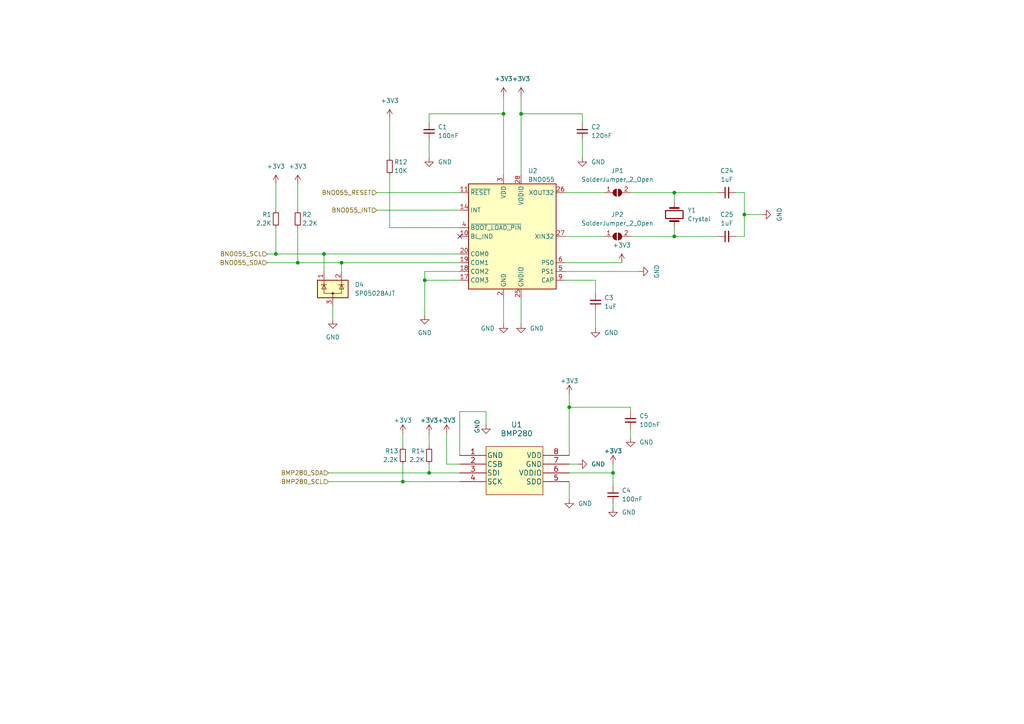
<source format=kicad_sch>
(kicad_sch (version 20211123) (generator eeschema)
  (paper "A4")
  (lib_symbols
    (symbol "2022-02-05_19-44-07:BMP280" (pin_names (offset 0.254))
      (property "Reference" "U?" (at 8.89 6.35 0))
      (property "Value" "BMP280" (at 8.89 3.81 0))
      (symbol "BMP280_0_1"
        (rectangle (start 0 0) (end 16.51 -13.97) (fill (type background)))
      )
      (symbol "BMP280_1_1"
        (pin power_out line (at -7.62 -2.54 0) (length 7.62) (name "GND") (number "1"))
        (pin passive line (at -7.62 -5.08 0) (length 7.62) (name "CSB") (number "2"))
        (pin passive line (at -7.62 -7.62 0) (length 7.62) (name "SDI") (number "3"))
        (pin passive line (at -7.62 -10.16 0) (length 7.62) (name "SCK") (number "4"))
        (pin passive line (at 24.13 -10.16 180) (length 7.62) (name "SDO") (number "5"))
        (pin power_in line (at 24.13 -7.62 180) (length 7.62) (name "VDDIO") (number "6"))
        (pin power_out line (at 24.13 -5.08 180) (length 7.62) (name "GND") (number "7"))
        (pin power_in line (at 24.13 -2.54 180) (length 7.62) (name "VDD") (number "8"))
      )
    )
    (symbol "Device:C_Small" (pin_numbers hide) (pin_names (offset 0.254) hide)
      (property "Reference" "C" (at 0.254 1.778 0))
      (property "Value" "C_Small" (at 0.254 -2.032 0))
      (symbol "C_Small_0_1"
        (polyline (pts (xy -1.524 -0.508) (xy 1.524 -0.508)) (stroke (width 0.3302)))
        (polyline (pts (xy -1.524 0.508) (xy 1.524 0.508)) (stroke (width 0.3048)))
      )
      (symbol "C_Small_1_1"
        (pin passive line (at 0 2.54 270) (length 2.032) (name "~") (number "1"))
        (pin passive line (at 0 -2.54 90) (length 2.032) (name "~") (number "2"))
      )
    )
    (symbol "Device:Crystal" (pin_numbers hide) (pin_names (offset 1.016) hide)
      (property "Reference" "Y" (at 0 3.81 0))
      (property "Value" "Crystal" (at 0 -3.81 0))
      (symbol "Crystal_0_1"
        (rectangle (start -1.143 2.54) (end 1.143 -2.54) (stroke (width 0.3048)))
        (polyline (pts (xy -2.54 0) (xy -1.905 0)))
        (polyline (pts (xy -1.905 -1.27) (xy -1.905 1.27)) (stroke (width 0.508)))
        (polyline (pts (xy 1.905 -1.27) (xy 1.905 1.27)) (stroke (width 0.508)))
        (polyline (pts (xy 2.54 0) (xy 1.905 0)))
      )
      (symbol "Crystal_1_1"
        (pin passive line (at -3.81 0 0) (length 1.27) (name "1") (number "1"))
        (pin passive line (at 3.81 0 180) (length 1.27) (name "2") (number "2"))
      )
    )
    (symbol "Device:R_Small" (pin_numbers hide) (pin_names (offset 0.254) hide)
      (property "Reference" "R" (at 0.762 0.508 0))
      (property "Value" "R_Small" (at 0.762 -1.016 0))
      (symbol "R_Small_0_1"
        (rectangle (start -0.762 1.778) (end 0.762 -1.778) (stroke (width 0.2032)))
      )
      (symbol "R_Small_1_1"
        (pin passive line (at 0 2.54 270) (length 0.762) (name "~") (number "1"))
        (pin passive line (at 0 -2.54 90) (length 0.762) (name "~") (number "2"))
      )
    )
    (symbol "Jumper:SolderJumper_2_Open" (pin_names (offset 0) hide)
      (property "Reference" "JP" (at 0 2.032 0))
      (property "Value" "SolderJumper_2_Open" (at 0 -2.54 0))
      (symbol "SolderJumper_2_Open_0_1"
        (arc (start -0.254 1.016) (mid -1.27 0) (end -0.254 -1.016))
        (arc (start -0.254 1.016) (mid -1.27 0) (end -0.254 -1.016) (fill (type outline)))
        (polyline (pts (xy -0.254 1.016) (xy -0.254 -1.016)))
        (polyline (pts (xy 0.254 1.016) (xy 0.254 -1.016)))
        (arc (start 0.254 -1.016) (mid 1.27 0) (end 0.254 1.016))
        (arc (start 0.254 -1.016) (mid 1.27 0) (end 0.254 1.016) (fill (type outline)))
      )
      (symbol "SolderJumper_2_Open_1_1"
        (pin passive line (at -3.81 0 0) (length 2.54) (name "A") (number "1"))
        (pin passive line (at 3.81 0 180) (length 2.54) (name "B") (number "2"))
      )
    )
    (symbol "Power_Protection:SP0502BAJT" (pin_names hide)
      (property "Reference" "D" (at 5.715 2.54 0))
      (property "Value" "SP0502BAJT" (at 5.715 0.635 0))
      (symbol "SP0502BAJT_0_0"
        (pin passive line (at 0 -5.08 90) (length 2.54) (name "A") (number "3"))
      )
      (symbol "SP0502BAJT_0_1"
        (rectangle (start -4.445 2.54) (end 4.445 -2.54) (stroke (width 0.254)) (fill (type background)))
        (circle (center 0 -1.27) (radius 0.254) (fill (type outline)))
        (polyline (pts (xy -2.54 2.54) (xy -2.54 1.27)))
        (polyline (pts (xy 0 -1.27) (xy 0 -2.54)))
        (polyline (pts (xy 2.54 2.54) (xy 2.54 1.27)))
        (polyline (pts (xy -3.302 1.016) (xy -3.302 1.27) (xy -1.905 1.27) (xy -1.778 1.27)))
        (polyline (pts (xy -2.54 1.27) (xy -2.54 -1.27) (xy 2.54 -1.27) (xy 2.54 1.27)))
        (polyline (pts (xy -2.54 1.27) (xy -1.905 0) (xy -3.175 0) (xy -2.54 1.27)))
        (polyline (pts (xy 1.778 1.016) (xy 1.778 1.27) (xy 3.175 1.27) (xy 3.302 1.27)))
        (polyline (pts (xy 2.54 1.27) (xy 1.905 0) (xy 3.175 0) (xy 2.54 1.27)))
      )
      (symbol "SP0502BAJT_1_1"
        (pin passive line (at -2.54 5.08 270) (length 2.54) (name "K") (number "1"))
        (pin passive line (at 2.54 5.08 270) (length 2.54) (name "K") (number "2"))
      )
    )
    (symbol "Sensor_Motion:BNO055"
      (property "Reference" "U" (at -11.43 16.51 0))
      (property "Value" "BNO055" (at 12.7 16.51 0))
      (symbol "BNO055_0_1"
        (rectangle (start -12.7 15.24) (end 12.7 -15.24) (stroke (width 0.254)) (fill (type background)))
      )
      (symbol "BNO055_1_1"
        (pin no_connect line (at -12.7 10.16 0) (length 2.54) hide (name "PIN1") (number "1"))
        (pin output line (at -15.24 0 0) (length 2.54) (name "BL_IND") (number "10"))
        (pin input line (at -15.24 12.7 0) (length 2.54) (name "~{RESET}") (number "11"))
        (pin no_connect line (at 12.7 10.16 180) (length 2.54) hide (name "PIN12") (number "12"))
        (pin no_connect line (at 12.7 7.62 180) (length 2.54) hide (name "PIN13") (number "13"))
        (pin output line (at -15.24 7.62 0) (length 2.54) (name "INT") (number "14"))
        (pin passive line (at 2.54 -17.78 90) (length 2.54) hide (name "GNDIO") (number "15"))
        (pin passive line (at 2.54 -17.78 90) (length 2.54) hide (name "GNDIO") (number "16"))
        (pin input line (at -15.24 -12.7 0) (length 2.54) (name "COM3") (number "17"))
        (pin bidirectional line (at -15.24 -10.16 0) (length 2.54) (name "COM2") (number "18"))
        (pin bidirectional line (at -15.24 -7.62 0) (length 2.54) (name "COM1") (number "19"))
        (pin power_in line (at -2.54 -17.78 90) (length 2.54) (name "GND") (number "2"))
        (pin bidirectional line (at -15.24 -5.08 0) (length 2.54) (name "COM0") (number "20"))
        (pin no_connect line (at 12.7 5.08 180) (length 2.54) hide (name "PIN21") (number "21"))
        (pin no_connect line (at 12.7 2.54 180) (length 2.54) hide (name "PIN22") (number "22"))
        (pin no_connect line (at 12.7 -2.54 180) (length 2.54) hide (name "PIN23") (number "23"))
        (pin no_connect line (at 12.7 -5.08 180) (length 2.54) hide (name "PIN24") (number "24"))
        (pin power_in line (at 2.54 -17.78 90) (length 2.54) (name "GNDIO") (number "25"))
        (pin output line (at 15.24 12.7 180) (length 2.54) (name "XOUT32") (number "26"))
        (pin input line (at 15.24 0 180) (length 2.54) (name "XIN32") (number "27"))
        (pin power_in line (at 2.54 17.78 270) (length 2.54) (name "VDDIO") (number "28"))
        (pin power_in line (at -2.54 17.78 270) (length 2.54) (name "VDD") (number "3"))
        (pin input line (at -15.24 2.54 0) (length 2.54) (name "~{BOOT_LOAD_PIN}") (number "4"))
        (pin input line (at 15.24 -10.16 180) (length 2.54) (name "PS1") (number "5"))
        (pin input line (at 15.24 -7.62 180) (length 2.54) (name "PS0") (number "6"))
        (pin no_connect line (at -12.7 5.08 0) (length 2.54) hide (name "PIN7") (number "7"))
        (pin no_connect line (at -12.7 -2.54 0) (length 2.54) hide (name "PIN8") (number "8"))
        (pin passive line (at 15.24 -12.7 180) (length 2.54) (name "CAP") (number "9"))
      )
    )
    (symbol "power:+3V3" (power) (pin_names (offset 0))
      (property "Value" "+3V3" (at 0 3.556 0))
      (symbol "+3V3_0_1"
        (polyline (pts (xy -0.762 1.27) (xy 0 2.54)))
        (polyline (pts (xy 0 0) (xy 0 2.54)))
        (polyline (pts (xy 0 2.54) (xy 0.762 1.27)))
      )
      (symbol "+3V3_1_1"
        (pin power_in line (at 0 0 90) (length 0) hide (name "+3V3") (number "1"))
      )
    )
    (symbol "power:GND" (power) (pin_names (offset 0))
      (property "Value" "GND" (at 0 -3.81 0))
      (symbol "GND_0_1"
        (polyline (pts (xy 0 0) (xy 0 -1.27) (xy 1.27 -1.27) (xy 0 -2.54) (xy -1.27 -1.27) (xy 0 -1.27)))
      )
      (symbol "GND_1_1"
        (pin power_in line (at 0 0 270) (length 0) hide (name "GND") (number "1"))
      )
    )
  )
  (junction (at 151.13 33.02))
  (junction (at 80.01 73.66))
  (junction (at 215.9 62.23))
  (junction (at 93.98 73.66))
  (junction (at 165.1 118.11))
  (junction (at 146.05 33.02))
  (junction (at 195.58 55.88))
  (junction (at 99.06 76.2))
  (junction (at 116.84 139.7))
  (junction (at 123.19 81.28))
  (junction (at 195.58 68.58))
  (junction (at 124.46 137.16))
  (junction (at 86.36 76.2))
  (junction (at 177.8 137.16))
  (no_connect (at 133.35 68.58))
  (wire (pts (xy 163.83 68.58) (xy 175.26 68.58)))
  (wire (pts (xy 133.35 78.74) (xy 123.19 78.74)))
  (wire (pts (xy 86.36 76.2) (xy 99.06 76.2)))
  (wire (pts (xy 195.58 68.58) (xy 195.58 66.04)))
  (wire (pts (xy 80.01 73.66) (xy 93.98 73.66)))
  (wire (pts (xy 151.13 86.36) (xy 151.13 93.98)))
  (wire (pts (xy 213.36 55.88) (xy 215.9 55.88)))
  (wire (pts (xy 215.9 62.23) (xy 220.98 62.23)))
  (wire (pts (xy 123.19 78.74) (xy 123.19 81.28)))
  (wire (pts (xy 93.98 73.66) (xy 93.98 78.74)))
  (wire (pts (xy 177.8 134.62) (xy 177.8 137.16)))
  (wire (pts (xy 129.54 134.62) (xy 129.54 125.73)))
  (wire (pts (xy 165.1 114.3) (xy 165.1 118.11)))
  (wire (pts (xy 165.1 139.7) (xy 165.1 144.78)))
  (wire (pts (xy 123.19 81.28) (xy 133.35 81.28)))
  (wire (pts (xy 77.47 73.66) (xy 80.01 73.66)))
  (wire (pts (xy 163.83 55.88) (xy 175.26 55.88)))
  (wire (pts (xy 163.83 78.74) (xy 185.42 78.74)))
  (wire (pts (xy 195.58 55.88) (xy 208.28 55.88)))
  (wire (pts (xy 146.05 27.94) (xy 146.05 33.02)))
  (wire (pts (xy 109.22 55.88) (xy 133.35 55.88)))
  (wire (pts (xy 172.72 90.17) (xy 172.72 95.25)))
  (wire (pts (xy 168.91 33.02) (xy 151.13 33.02)))
  (wire (pts (xy 151.13 27.94) (xy 151.13 33.02)))
  (wire (pts (xy 163.83 76.2) (xy 180.34 76.2)))
  (wire (pts (xy 182.88 119.38) (xy 182.88 118.11)))
  (wire (pts (xy 124.46 33.02) (xy 146.05 33.02)))
  (wire (pts (xy 93.98 73.66) (xy 133.35 73.66)))
  (wire (pts (xy 124.46 137.16) (xy 124.46 134.62)))
  (wire (pts (xy 165.1 132.08) (xy 165.1 118.11)))
  (wire (pts (xy 109.22 60.96) (xy 133.35 60.96)))
  (wire (pts (xy 195.58 55.88) (xy 182.88 55.88)))
  (wire (pts (xy 165.1 137.16) (xy 177.8 137.16)))
  (wire (pts (xy 86.36 66.04) (xy 86.36 76.2)))
  (wire (pts (xy 182.88 118.11) (xy 165.1 118.11)))
  (wire (pts (xy 116.84 139.7) (xy 133.35 139.7)))
  (wire (pts (xy 195.58 68.58) (xy 208.28 68.58)))
  (wire (pts (xy 113.03 34.29) (xy 113.03 45.72)))
  (wire (pts (xy 215.9 62.23) (xy 215.9 68.58)))
  (wire (pts (xy 95.25 137.16) (xy 124.46 137.16)))
  (wire (pts (xy 168.91 40.64) (xy 168.91 45.72)))
  (wire (pts (xy 124.46 35.56) (xy 124.46 33.02)))
  (wire (pts (xy 140.97 119.38) (xy 140.97 123.19)))
  (wire (pts (xy 96.52 88.9) (xy 96.52 92.71)))
  (wire (pts (xy 182.88 68.58) (xy 195.58 68.58)))
  (wire (pts (xy 99.06 76.2) (xy 99.06 78.74)))
  (wire (pts (xy 116.84 125.73) (xy 116.84 129.54)))
  (wire (pts (xy 77.47 76.2) (xy 86.36 76.2)))
  (wire (pts (xy 165.1 134.62) (xy 167.64 134.62)))
  (wire (pts (xy 146.05 86.36) (xy 146.05 93.98)))
  (wire (pts (xy 124.46 125.73) (xy 124.46 129.54)))
  (wire (pts (xy 172.72 81.28) (xy 163.83 81.28)))
  (wire (pts (xy 215.9 55.88) (xy 215.9 62.23)))
  (wire (pts (xy 133.35 137.16) (xy 124.46 137.16)))
  (wire (pts (xy 124.46 40.64) (xy 124.46 45.72)))
  (wire (pts (xy 116.84 134.62) (xy 116.84 139.7)))
  (wire (pts (xy 113.03 50.8) (xy 113.03 66.04)))
  (wire (pts (xy 215.9 68.58) (xy 213.36 68.58)))
  (wire (pts (xy 80.01 53.34) (xy 80.01 60.96)))
  (wire (pts (xy 195.58 58.42) (xy 195.58 55.88)))
  (wire (pts (xy 113.03 66.04) (xy 133.35 66.04)))
  (wire (pts (xy 168.91 35.56) (xy 168.91 33.02)))
  (wire (pts (xy 151.13 33.02) (xy 151.13 50.8)))
  (wire (pts (xy 86.36 53.34) (xy 86.36 60.96)))
  (wire (pts (xy 99.06 76.2) (xy 133.35 76.2)))
  (wire (pts (xy 182.88 124.46) (xy 182.88 127)))
  (wire (pts (xy 123.19 81.28) (xy 123.19 91.44)))
  (wire (pts (xy 177.8 137.16) (xy 177.8 140.97)))
  (wire (pts (xy 80.01 66.04) (xy 80.01 73.66)))
  (wire (pts (xy 177.8 146.05) (xy 177.8 147.32)))
  (wire (pts (xy 172.72 85.09) (xy 172.72 81.28)))
  (wire (pts (xy 133.35 119.38) (xy 140.97 119.38)))
  (wire (pts (xy 133.35 132.08) (xy 133.35 119.38)))
  (wire (pts (xy 95.25 139.7) (xy 116.84 139.7)))
  (wire (pts (xy 133.35 134.62) (xy 129.54 134.62)))
  (wire (pts (xy 146.05 33.02) (xy 146.05 50.8)))
  (hierarchical_label "BNO055_RESET" (shape input) (at 109.22 55.88 180))
  (hierarchical_label "BNO055_SCL" (shape input) (at 77.47 73.66 180))
  (hierarchical_label "BMP280_SCL" (shape input) (at 95.25 139.7 180))
  (hierarchical_label "BNO055_SDA" (shape input) (at 77.47 76.2 180))
  (hierarchical_label "BMP280_SDA" (shape input) (at 95.25 137.16 180))
  (hierarchical_label "BNO055_INT" (shape input) (at 109.22 60.96 180))
  (symbol (lib_id "power:GND") (at 168.91 45.72 0) (unit 1)
    (property "Reference" "#PWR0138" (effects hide))
    (property "Value" "GND" (at 171.45 46.9899 0) (effects (justify left)))
  )
  (symbol (lib_id "power:GND") (at 146.05 93.98 0) (mirror y) (unit 1)
    (property "Reference" "#PWR0111" (effects hide))
    (property "Value" "GND" (at 143.51 95.2499 0) (effects (justify left)))
  )
  (symbol (lib_id "power:+3V3") (at 165.1 114.3 0) (unit 1)
    (property "Reference" "#PWR0150" (effects hide))
    (property "Value" "+3V3" (at 165.1 110.49 0))
  )
  (symbol (lib_id "2022-02-05_19-44-07:BMP280") (at 140.97 129.54 0) (unit 1)
    (property "Reference" "U1" (at 149.86 123.19 0) (effects (font (size 1.524 1.524))))
    (property "Value" "BMP280" (at 149.86 125.73 0) (effects (font (size 1.524 1.524))))
    (property "Footprint" "footprints:BMP280" (effects hide))
  )
  (symbol (lib_id "Device:C_Small") (at 168.91 38.1 180) (unit 1)
    (property "Reference" "C2" (at 171.45 36.8235 0) (effects (justify right)))
    (property "Value" "120nF" (at 171.45 39.3635 0) (effects (justify right)))
    (property "Footprint" "Capacitor_SMD:C_0402_1005Metric_Pad0.74x0.62mm_HandSolder" (effects hide))
  )
  (symbol (lib_id "Device:R_Small") (at 113.03 48.26 180) (unit 1)
    (property "Reference" "R12" (at 114.3 46.99 0) (effects (justify right)))
    (property "Value" "10K" (at 114.3 49.53 0) (effects (justify right)))
    (property "Footprint" "Resistor_SMD:R_0402_1005Metric_Pad0.72x0.64mm_HandSolder" (effects hide))
  )
  (symbol (lib_id "Jumper:SolderJumper_2_Open") (at 179.07 68.58 0) (unit 1)
    (property "Reference" "JP2" (at 179.07 62.23 0))
    (property "Value" "SolderJumper_2_Open" (at 179.07 64.77 0))
    (property "Footprint" "Jumper:SolderJumper-2_P1.3mm_Open_RoundedPad1.0x1.5mm" (effects hide))
  )
  (symbol (lib_id "power:+3V3") (at 129.54 125.73 0) (unit 1)
    (property "Reference" "#PWR0154" (effects hide))
    (property "Value" "+3V3" (at 129.54 121.92 0))
  )
  (symbol (lib_id "power:GND") (at 185.42 78.74 90) (unit 1)
    (property "Reference" "#PWR0139" (effects hide))
    (property "Value" "GND" (at 190.5 78.74 0))
  )
  (symbol (lib_id "Power_Protection:SP0502BAJT") (at 96.52 83.82 0) (unit 1)
    (property "Reference" "D4" (at 102.87 82.5499 0) (effects (justify left)))
    (property "Value" "SP0502BAJT" (at 102.87 85.0899 0) (effects (justify left)))
    (property "Footprint" "Package_TO_SOT_SMD:SOT-323_SC-70" (effects hide))
    (property "Datasheet" "http://www.littelfuse.com/~/media/files/littelfuse/technical%20resources/documents/data%20sheets/sp05xxba.pdf" (effects hide))
  )
  (symbol (lib_id "power:+3V3") (at 177.8 134.62 0) (unit 1)
    (property "Reference" "#PWR0148" (effects hide))
    (property "Value" "+3V3" (at 177.8 130.81 0))
  )
  (symbol (lib_id "Device:C_Small") (at 182.88 121.92 0) (unit 1)
    (property "Reference" "C5" (at 185.42 120.6562 0) (effects (justify left)))
    (property "Value" "100nF" (at 185.42 123.1962 0) (effects (justify left)))
    (property "Footprint" "Capacitor_SMD:C_0402_1005Metric_Pad0.74x0.62mm_HandSolder" (effects hide))
  )
  (symbol (lib_id "power:GND") (at 220.98 62.23 90) (unit 1)
    (property "Reference" "#PWR0141" (effects hide))
    (property "Value" "GND" (at 226.06 62.23 0))
  )
  (symbol (lib_id "Device:C_Small") (at 124.46 38.1 180) (unit 1)
    (property "Reference" "C1" (at 127 36.8235 0) (effects (justify right)))
    (property "Value" "100nF" (at 127 39.3635 0) (effects (justify right)))
    (property "Footprint" "Capacitor_SMD:C_0402_1005Metric_Pad0.74x0.62mm_HandSolder" (effects hide))
  )
  (symbol (lib_id "power:GND") (at 123.19 91.44 0) (unit 1)
    (property "Reference" "#PWR0112" (effects hide))
    (property "Value" "GND" (at 123.19 96.52 0))
  )
  (symbol (lib_id "power:GND") (at 140.97 123.19 0) (unit 1)
    (property "Reference" "#PWR0156" (effects hide))
    (property "Value" "GND" (at 138.43 125.73 90) (effects (justify left)))
  )
  (symbol (lib_id "power:+3V3") (at 151.13 27.94 0) (unit 1)
    (property "Reference" "#PWR0137" (effects hide))
    (property "Value" "+3V3" (at 151.13 22.86 0))
  )
  (symbol (lib_id "power:+3V3") (at 86.36 53.34 0) (unit 1)
    (property "Reference" "#PWR0145" (effects hide))
    (property "Value" "+3V3" (at 86.36 48.26 0))
  )
  (symbol (lib_id "power:GND") (at 172.72 95.25 0) (unit 1)
    (property "Reference" "#PWR0142" (effects hide))
    (property "Value" "GND" (at 175.26 96.5199 0) (effects (justify left)))
  )
  (symbol (lib_id "power:GND") (at 124.46 45.72 0) (unit 1)
    (property "Reference" "#PWR0144" (effects hide))
    (property "Value" "GND" (at 127 46.9899 0) (effects (justify left)))
  )
  (symbol (lib_id "power:+3V3") (at 116.84 125.73 0) (unit 1)
    (property "Reference" "#PWR0157" (effects hide))
    (property "Value" "+3V3" (at 116.84 121.92 0))
  )
  (symbol (lib_id "power:GND") (at 96.52 92.71 0) (unit 1)
    (property "Reference" "#PWR0147" (effects hide))
    (property "Value" "GND" (at 96.52 97.79 0))
  )
  (symbol (lib_id "power:GND") (at 165.1 144.78 0) (unit 1)
    (property "Reference" "#PWR0152" (effects hide))
    (property "Value" "GND" (at 167.64 146.0499 0) (effects (justify left)))
  )
  (symbol (lib_id "power:+3V3") (at 146.05 27.94 0) (unit 1)
    (property "Reference" "#PWR0131" (effects hide))
    (property "Value" "+3V3" (at 146.05 22.86 0))
  )
  (symbol (lib_id "Device:C_Small") (at 210.82 55.88 90) (unit 1)
    (property "Reference" "C24" (at 210.8263 49.53 90))
    (property "Value" "1uF" (at 210.8263 52.07 90))
    (property "Footprint" "Capacitor_SMD:C_0402_1005Metric_Pad0.74x0.62mm_HandSolder" (effects hide))
  )
  (symbol (lib_id "Device:C_Small") (at 172.72 87.63 180) (unit 1)
    (property "Reference" "C3" (at 175.26 86.3535 0) (effects (justify right)))
    (property "Value" "1uF" (at 175.26 88.8935 0) (effects (justify right)))
    (property "Footprint" "Capacitor_SMD:C_0402_1005Metric_Pad0.74x0.62mm_HandSolder" (effects hide))
  )
  (symbol (lib_id "Device:R_Small") (at 80.01 63.5 0) (mirror x) (unit 1)
    (property "Reference" "R1" (at 78.74 62.23 0) (effects (justify right)))
    (property "Value" "2.2K" (at 78.74 64.77 0) (effects (justify right)))
    (property "Footprint" "Resistor_SMD:R_0402_1005Metric_Pad0.72x0.64mm_HandSolder" (effects hide))
  )
  (symbol (lib_id "power:+3V3") (at 80.01 53.34 0) (unit 1)
    (property "Reference" "#PWR0146" (effects hide))
    (property "Value" "+3V3" (at 80.01 48.26 0))
  )
  (symbol (lib_id "Sensor_Motion:BNO055") (at 148.59 68.58 0) (unit 1)
    (property "Reference" "U2" (at 153.1494 49.53 0) (effects (justify left)))
    (property "Value" "BNO055" (at 153.1494 52.07 0) (effects (justify left)))
    (property "Footprint" "Package_LGA:LGA-28_5.2x3.8mm_P0.5mm" (effects hide))
    (property "Datasheet" "https://ae-bst.resource.bosch.com/media/_tech/media/datasheets/BST_BNO055_DS000_14.pdf" (effects hide))
  )
  (symbol (lib_id "Device:C_Small") (at 210.82 68.58 90) (unit 1)
    (property "Reference" "C25" (at 210.8263 62.23 90))
    (property "Value" "1uF" (at 210.8263 64.77 90))
    (property "Footprint" "Capacitor_SMD:C_0402_1005Metric_Pad0.74x0.62mm_HandSolder" (effects hide))
  )
  (symbol (lib_id "Jumper:SolderJumper_2_Open") (at 179.07 55.88 0) (unit 1)
    (property "Reference" "JP1" (at 179.07 49.53 0))
    (property "Value" "SolderJumper_2_Open" (at 179.07 52.07 0))
    (property "Footprint" "Jumper:SolderJumper-2_P1.3mm_Open_RoundedPad1.0x1.5mm" (effects hide))
  )
  (symbol (lib_id "Device:R_Small") (at 86.36 63.5 180) (unit 1)
    (property "Reference" "R2" (at 87.63 62.23 0) (effects (justify right)))
    (property "Value" "2.2K" (at 87.63 64.77 0) (effects (justify right)))
    (property "Footprint" "Resistor_SMD:R_0402_1005Metric_Pad0.72x0.64mm_HandSolder" (effects hide))
  )
  (symbol (lib_id "power:GND") (at 167.64 134.62 90) (unit 1)
    (property "Reference" "#PWR0153" (effects hide))
    (property "Value" "GND" (at 171.45 134.6199 90) (effects (justify right)))
  )
  (symbol (lib_id "Device:Crystal") (at 195.58 62.23 90) (unit 1)
    (property "Reference" "Y1" (at 199.39 60.9599 90) (effects (justify right)))
    (property "Value" "Crystal" (at 199.39 63.4999 90) (effects (justify right)))
    (property "Footprint" "Crystal:Crystal_SMD_3215-2Pin_3.2x1.5mm" (effects hide))
  )
  (symbol (lib_id "Device:R_Small") (at 116.84 132.08 0) (mirror x) (unit 1)
    (property "Reference" "R13" (at 115.57 130.81 0) (effects (justify right)))
    (property "Value" "2.2K" (at 115.57 133.35 0) (effects (justify right)))
    (property "Footprint" "Resistor_SMD:R_0402_1005Metric_Pad0.72x0.64mm_HandSolder" (effects hide))
  )
  (symbol (lib_id "power:+3V3") (at 180.34 76.2 0) (unit 1)
    (property "Reference" "#PWR0140" (effects hide))
    (property "Value" "+3V3" (at 180.34 71.12 0))
  )
  (symbol (lib_id "power:+3V3") (at 124.46 125.73 0) (unit 1)
    (property "Reference" "#PWR0155" (effects hide))
    (property "Value" "+3V3" (at 124.46 121.92 0))
  )
  (symbol (lib_id "power:GND") (at 182.88 127 0) (unit 1)
    (property "Reference" "#PWR0149" (effects hide))
    (property "Value" "GND" (at 185.42 128.2699 0) (effects (justify left)))
  )
  (symbol (lib_id "power:GND") (at 177.8 147.32 0) (unit 1)
    (property "Reference" "#PWR0151" (effects hide))
    (property "Value" "GND" (at 180.34 148.5899 0) (effects (justify left)))
  )
  (symbol (lib_id "Device:C_Small") (at 177.8 143.51 0) (unit 1)
    (property "Reference" "C4" (at 180.34 142.2462 0) (effects (justify left)))
    (property "Value" "100nF" (at 180.34 144.7862 0) (effects (justify left)))
    (property "Footprint" "Capacitor_SMD:C_0402_1005Metric_Pad0.74x0.62mm_HandSolder" (effects hide))
  )
  (symbol (lib_id "Device:R_Small") (at 124.46 132.08 0) (mirror x) (unit 1)
    (property "Reference" "R14" (at 123.19 130.81 0) (effects (justify right)))
    (property "Value" "2.2K" (at 123.19 133.35 0) (effects (justify right)))
    (property "Footprint" "Resistor_SMD:R_0402_1005Metric_Pad0.72x0.64mm_HandSolder" (effects hide))
  )
  (symbol (lib_id "power:+3V3") (at 113.03 34.29 0) (unit 1)
    (property "Reference" "#PWR0143" (effects hide))
    (property "Value" "+3V3" (at 113.03 29.21 0))
  )
  (symbol (lib_id "power:GND") (at 151.13 93.98 0) (unit 1)
    (property "Reference" "#PWR0113" (effects hide))
    (property "Value" "GND" (at 153.67 95.2499 0) (effects (justify left)))
  )
)
</source>
